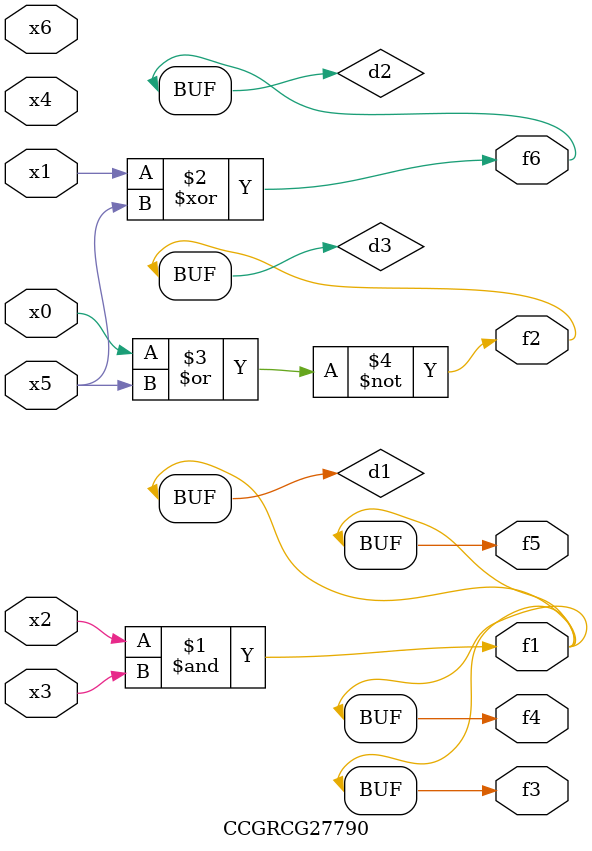
<source format=v>
module CCGRCG27790(
	input x0, x1, x2, x3, x4, x5, x6,
	output f1, f2, f3, f4, f5, f6
);

	wire d1, d2, d3;

	and (d1, x2, x3);
	xor (d2, x1, x5);
	nor (d3, x0, x5);
	assign f1 = d1;
	assign f2 = d3;
	assign f3 = d1;
	assign f4 = d1;
	assign f5 = d1;
	assign f6 = d2;
endmodule

</source>
